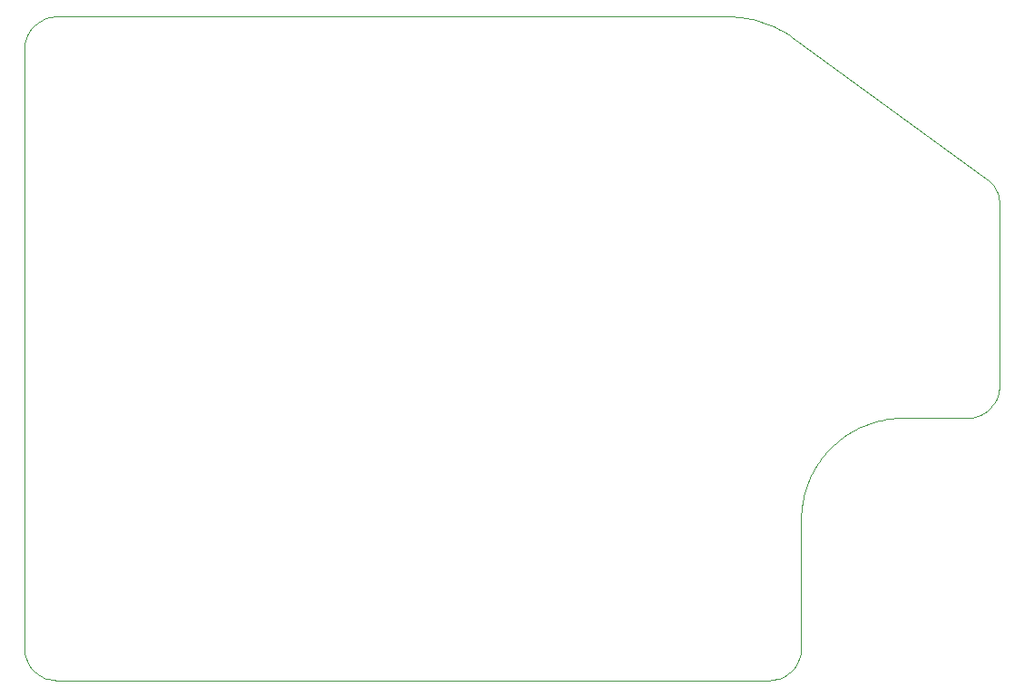
<source format=gko>
G04*
G04 #@! TF.GenerationSoftware,Altium Limited,Altium Designer,19.0.14 (431)*
G04*
G04 Layer_Color=16711935*
%FSLAX25Y25*%
%MOIN*%
G70*
G01*
G75*
%ADD59C,0.00079*%
D59*
X120074Y-129000D02*
X121049Y-128960D01*
X122018Y-128839D01*
X122973Y-128639D01*
X123909Y-128360D01*
X124818Y-128005D01*
X125695Y-127576D01*
X126534Y-127077D01*
X127328Y-126509D01*
X128073Y-125879D01*
X128763Y-125188D01*
X129394Y-124443D01*
X129961Y-123649D01*
X130461Y-122810D01*
X130890Y-121933D01*
X131245Y-121024D01*
X131523Y-120088D01*
X131724Y-119133D01*
X131844Y-118164D01*
X131885Y-117189D01*
X-153500D02*
X-153460Y-118164D01*
X-153339Y-119133D01*
X-153139Y-120088D01*
X-152860Y-121024D01*
X-152505Y-121933D01*
X-152076Y-122810D01*
X-151577Y-123649D01*
X-151010Y-124443D01*
X-150379Y-125188D01*
X-149688Y-125879D01*
X-148943Y-126509D01*
X-148149Y-127077D01*
X-147310Y-127576D01*
X-146433Y-128005D01*
X-145524Y-128360D01*
X-144588Y-128639D01*
X-143633Y-128839D01*
X-142664Y-128960D01*
X-141689Y-129000D01*
Y115094D02*
X-142664Y115054D01*
X-143633Y114933D01*
X-144588Y114733D01*
X-145524Y114454D01*
X-146433Y114100D01*
X-147310Y113671D01*
X-148149Y113171D01*
X-148943Y112604D01*
X-149688Y111973D01*
X-150379Y111283D01*
X-151010Y110538D01*
X-151577Y109743D01*
X-152076Y108905D01*
X-152505Y108028D01*
X-152860Y107118D01*
X-153139Y106183D01*
X-153339Y105227D01*
X-153460Y104259D01*
X-153500Y103284D01*
X128507Y107564D02*
X127699Y108137D01*
X126877Y108688D01*
X126041Y109219D01*
X125192Y109729D01*
X124331Y110217D01*
X123457Y110684D01*
X122573Y111128D01*
X121677Y111550D01*
X120771Y111949D01*
X119855Y112326D01*
X118930Y112679D01*
X117996Y113009D01*
X117054Y113315D01*
X116105Y113597D01*
X115149Y113856D01*
X114187Y114090D01*
X113219Y114300D01*
X112247Y114486D01*
X111270Y114647D01*
X110289Y114784D01*
X109305Y114895D01*
X108319Y114982D01*
X107331Y115045D01*
X106341Y115082D01*
X105351Y115094D01*
X204768Y46088D02*
X204724Y47098D01*
X204595Y48101D01*
X204380Y49089D01*
X204082Y50055D01*
X203701Y50992D01*
X203243Y51893D01*
X202708Y52752D01*
X202103Y53561D01*
X201430Y54316D01*
X200695Y55011D01*
X199904Y55640D01*
X192957Y-32495D02*
X193932Y-32454D01*
X194901Y-32334D01*
X195856Y-32133D01*
X196792Y-31855D01*
X197701Y-31500D01*
X198578Y-31071D01*
X199417Y-30572D01*
X200211Y-30004D01*
X200956Y-29373D01*
X201646Y-28683D01*
X202277Y-27938D01*
X202845Y-27144D01*
X203344Y-26305D01*
X203773Y-25428D01*
X204128Y-24519D01*
X204406Y-23583D01*
X204607Y-22628D01*
X204727Y-21659D01*
X204768Y-20684D01*
X169335Y-32495D02*
X168338Y-32508D01*
X167341Y-32548D01*
X166347Y-32614D01*
X165354Y-32707D01*
X164364Y-32826D01*
X163378Y-32972D01*
X162396Y-33143D01*
X161418Y-33341D01*
X160447Y-33565D01*
X159482Y-33814D01*
X158523Y-34089D01*
X157572Y-34390D01*
X156630Y-34716D01*
X155697Y-35066D01*
X154773Y-35442D01*
X153860Y-35842D01*
X152957Y-36266D01*
X152067Y-36713D01*
X151188Y-37185D01*
X150323Y-37680D01*
X149470Y-38197D01*
X148632Y-38737D01*
X147809Y-39299D01*
X147001Y-39883D01*
X146208Y-40488D01*
X145432Y-41115D01*
X144673Y-41761D01*
X143932Y-42428D01*
X143208Y-43113D01*
X142503Y-43819D01*
X141817Y-44542D01*
X141151Y-45284D01*
X140504Y-46043D01*
X139878Y-46819D01*
X139273Y-47611D01*
X138689Y-48419D01*
X138127Y-49242D01*
X137587Y-50081D01*
X137069Y-50933D01*
X136575Y-51798D01*
X136103Y-52677D01*
X135655Y-53568D01*
X135231Y-54470D01*
X134832Y-55383D01*
X134456Y-56307D01*
X134105Y-57240D01*
X133780Y-58183D01*
X133479Y-59133D01*
X133204Y-60092D01*
X132955Y-61057D01*
X132731Y-62028D01*
X132533Y-63006D01*
X132361Y-63988D01*
X132216Y-64974D01*
X132097Y-65964D01*
X132004Y-66957D01*
X131938Y-67952D01*
X131898Y-68948D01*
X131885Y-69945D01*
Y-117189D02*
Y-69945D01*
X-141689Y-129000D02*
X120074D01*
X-153500Y-117189D02*
Y103284D01*
X-141689Y115094D02*
X105351D01*
X128507Y107564D02*
X199904Y55640D01*
X204768Y-20684D02*
Y46088D01*
X169335Y-32495D02*
X192957D01*
M02*

</source>
